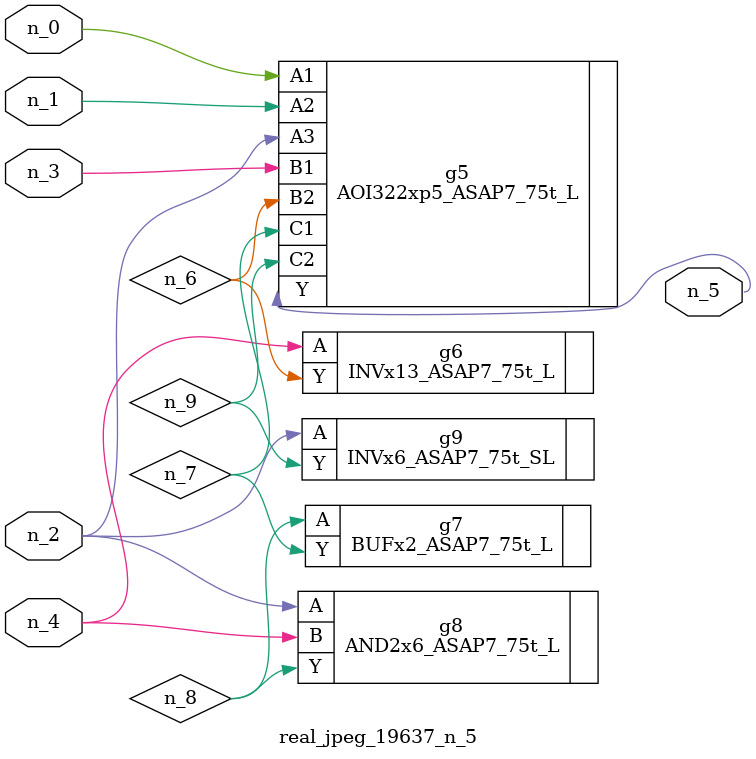
<source format=v>
module real_jpeg_19637_n_5 (n_4, n_0, n_1, n_2, n_3, n_5);

input n_4;
input n_0;
input n_1;
input n_2;
input n_3;

output n_5;

wire n_8;
wire n_6;
wire n_7;
wire n_9;

AOI322xp5_ASAP7_75t_L g5 ( 
.A1(n_0),
.A2(n_1),
.A3(n_2),
.B1(n_3),
.B2(n_6),
.C1(n_7),
.C2(n_9),
.Y(n_5)
);

AND2x6_ASAP7_75t_L g8 ( 
.A(n_2),
.B(n_4),
.Y(n_8)
);

INVx6_ASAP7_75t_SL g9 ( 
.A(n_2),
.Y(n_9)
);

INVx13_ASAP7_75t_L g6 ( 
.A(n_4),
.Y(n_6)
);

BUFx2_ASAP7_75t_L g7 ( 
.A(n_8),
.Y(n_7)
);


endmodule
</source>
